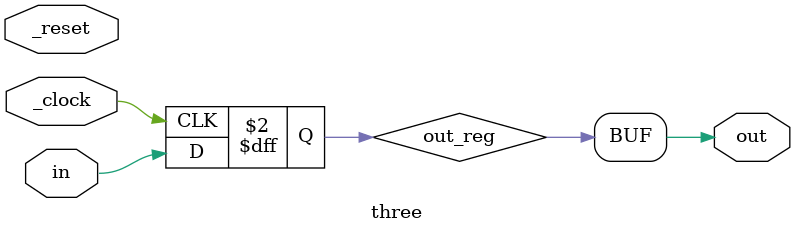
<source format=v>
module one(_clock,_reset,i,o);
	input _clock;
	input _reset;
	input i;
	output o;

	wire mid;
	three three_0(._clock(_clock),._reset(_reset),.in(i),.out(mid));
	three three_1(._clock(_clock),._reset(_reset),.in(i));
	two two_0(._clock(_clock),._reset(_reset),.in(mid),.out(o));
	endmodule

module two(_clock,_reset,in,out);
	input _clock;
	input _reset;
	input in;
	output out;

	assign _clock = !_clock;
	three three_0(._clock(_clock),._reset(_reset),.in(in),.out(out));
	
	endmodule

module three(_clock, _reset, in, out);
	input _clock;
	input _reset;
	input in;
	output out;

	reg out_reg;
	assign out = out_reg;

	always @(negedge _clock) begin
		out_reg <= in;
		end
	endmodule
	

</source>
